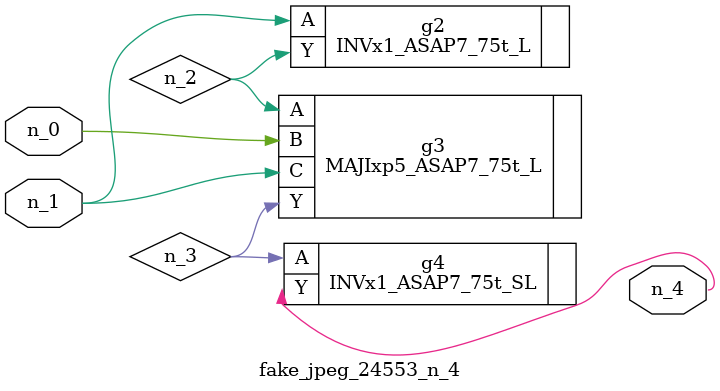
<source format=v>
module fake_jpeg_24553_n_4 (n_0, n_1, n_4);

input n_0;
input n_1;

output n_4;

wire n_3;
wire n_2;

INVx1_ASAP7_75t_L g2 ( 
.A(n_1),
.Y(n_2)
);

MAJIxp5_ASAP7_75t_L g3 ( 
.A(n_2),
.B(n_0),
.C(n_1),
.Y(n_3)
);

INVx1_ASAP7_75t_SL g4 ( 
.A(n_3),
.Y(n_4)
);


endmodule
</source>
